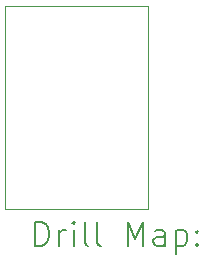
<source format=gbr>
%TF.GenerationSoftware,KiCad,Pcbnew,(6.0.8)*%
%TF.CreationDate,2022-11-07T23:28:57+01:00*%
%TF.ProjectId,15_XCAN,31355f58-4341-44e2-9e6b-696361645f70,rev?*%
%TF.SameCoordinates,Original*%
%TF.FileFunction,Drillmap*%
%TF.FilePolarity,Positive*%
%FSLAX45Y45*%
G04 Gerber Fmt 4.5, Leading zero omitted, Abs format (unit mm)*
G04 Created by KiCad (PCBNEW (6.0.8)) date 2022-11-07 23:28:57*
%MOMM*%
%LPD*%
G01*
G04 APERTURE LIST*
%ADD10C,0.050000*%
%ADD11C,0.200000*%
G04 APERTURE END LIST*
D10*
X11366500Y-7810500D02*
X10160000Y-7810500D01*
X10160000Y-6223000D02*
X10160000Y-6096000D01*
X10160000Y-7493000D02*
X10160000Y-7239000D01*
X11366500Y-6096000D02*
X11366500Y-6223000D01*
X10160000Y-7239000D02*
X10160000Y-6223000D01*
X10160000Y-6096000D02*
X11366500Y-6096000D01*
X11366500Y-6223000D02*
X11366500Y-6477000D01*
X11366500Y-7810500D02*
X11366500Y-6477000D01*
X10160000Y-7810500D02*
X10160000Y-7493000D01*
D11*
X10415119Y-8123476D02*
X10415119Y-7923476D01*
X10462738Y-7923476D01*
X10491310Y-7933000D01*
X10510357Y-7952048D01*
X10519881Y-7971095D01*
X10529405Y-8009190D01*
X10529405Y-8037762D01*
X10519881Y-8075857D01*
X10510357Y-8094905D01*
X10491310Y-8113952D01*
X10462738Y-8123476D01*
X10415119Y-8123476D01*
X10615119Y-8123476D02*
X10615119Y-7990143D01*
X10615119Y-8028238D02*
X10624643Y-8009190D01*
X10634167Y-7999667D01*
X10653214Y-7990143D01*
X10672262Y-7990143D01*
X10738929Y-8123476D02*
X10738929Y-7990143D01*
X10738929Y-7923476D02*
X10729405Y-7933000D01*
X10738929Y-7942524D01*
X10748452Y-7933000D01*
X10738929Y-7923476D01*
X10738929Y-7942524D01*
X10862738Y-8123476D02*
X10843690Y-8113952D01*
X10834167Y-8094905D01*
X10834167Y-7923476D01*
X10967500Y-8123476D02*
X10948452Y-8113952D01*
X10938929Y-8094905D01*
X10938929Y-7923476D01*
X11196071Y-8123476D02*
X11196071Y-7923476D01*
X11262738Y-8066333D01*
X11329405Y-7923476D01*
X11329405Y-8123476D01*
X11510357Y-8123476D02*
X11510357Y-8018714D01*
X11500833Y-7999667D01*
X11481786Y-7990143D01*
X11443690Y-7990143D01*
X11424643Y-7999667D01*
X11510357Y-8113952D02*
X11491309Y-8123476D01*
X11443690Y-8123476D01*
X11424643Y-8113952D01*
X11415119Y-8094905D01*
X11415119Y-8075857D01*
X11424643Y-8056809D01*
X11443690Y-8047286D01*
X11491309Y-8047286D01*
X11510357Y-8037762D01*
X11605595Y-7990143D02*
X11605595Y-8190143D01*
X11605595Y-7999667D02*
X11624643Y-7990143D01*
X11662738Y-7990143D01*
X11681786Y-7999667D01*
X11691309Y-8009190D01*
X11700833Y-8028238D01*
X11700833Y-8085381D01*
X11691309Y-8104428D01*
X11681786Y-8113952D01*
X11662738Y-8123476D01*
X11624643Y-8123476D01*
X11605595Y-8113952D01*
X11786548Y-8104428D02*
X11796071Y-8113952D01*
X11786548Y-8123476D01*
X11777024Y-8113952D01*
X11786548Y-8104428D01*
X11786548Y-8123476D01*
X11786548Y-7999667D02*
X11796071Y-8009190D01*
X11786548Y-8018714D01*
X11777024Y-8009190D01*
X11786548Y-7999667D01*
X11786548Y-8018714D01*
M02*

</source>
